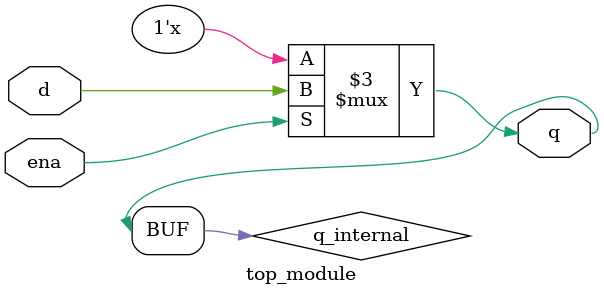
<source format=sv>
module top_module (
    input d,
    input ena,
    output logic q
);

    // Internal register to hold the value of q
    logic q_internal;

    always_comb begin
        if (ena) begin
            q_internal = d;
        end
        // No need for else clause since q_internal retains its value otherwise
    end

    assign q = q_internal;

endmodule

</source>
